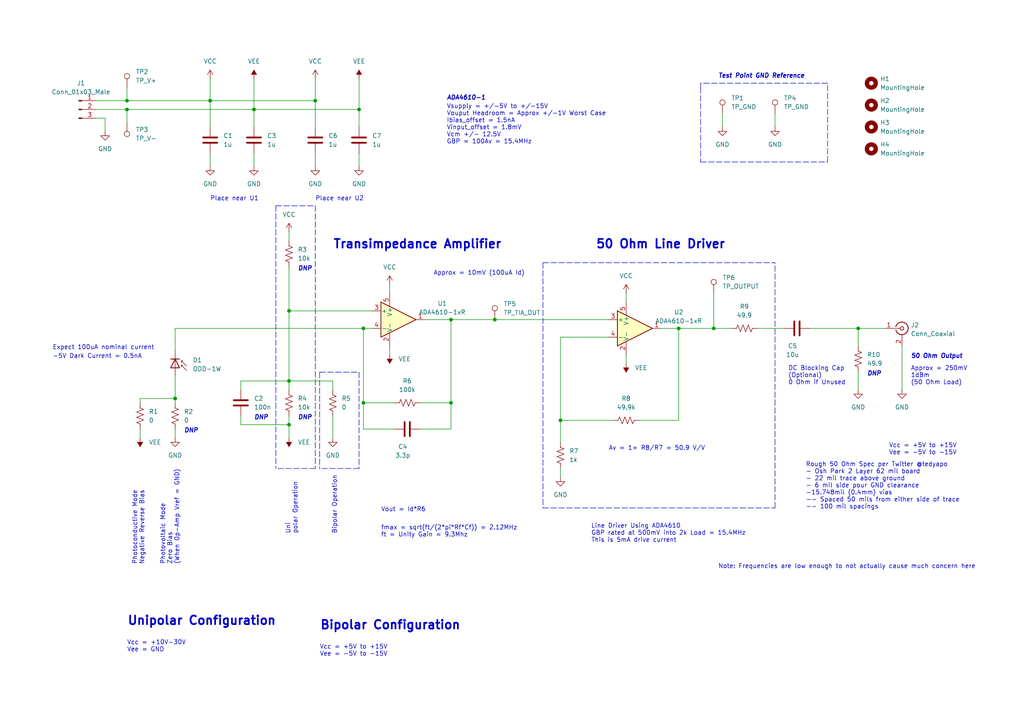
<source format=kicad_sch>
(kicad_sch (version 20211123) (generator eeschema)
  (paper "A4")
  (title_block (title "ADA4610-1 Transimpedance Amplifier") (date "2022-08-07") (rev "1.0") (company "Brenton Salmi, KB1LQD"))
  (lib_symbols
    (symbol "Amplifier_Operational:ADA4610-1xRJ" (pin_names (offset 0.127))
      (property "Reference" "U" (at -1.27 6.35 0))
      (property "Value" "ADA4610-1xRJ" (at -1.27 3.81 0))
      (symbol "ADA4610-1xRJ_0_1"
        (polyline (pts (xy -5.08 5.08) (xy 5.08 0) (xy -5.08 -5.08) (xy -5.08 5.08)) (stroke (width 0.254)) (fill (type background)))
        (pin power_in line (at -2.54 -7.62 90) (length 3.81) (name "V-") (number "2"))
        (pin power_in line (at -2.54 7.62 270) (length 3.81) (name "V+") (number "5"))
      )
      (symbol "ADA4610-1xRJ_1_1"
        (pin output line (at 7.62 0 180) (length 2.54) (name "~") (number "1"))
        (pin input line (at -7.62 2.54 0) (length 2.54) (name "+") (number "3"))
        (pin input line (at -7.62 -2.54 0) (length 2.54) (name "-") (number "4"))
      )
    )
    (symbol "Connector:Conn_01x03_Male" (pin_names (offset 1.016) hide)
      (property "Reference" "J" (at 0 5.08 0))
      (property "Value" "Conn_01x03_Male" (at 0 -5.08 0))
      (symbol "Conn_01x03_Male_1_1"
        (polyline (pts (xy 1.27 -2.54) (xy 0.8636 -2.54)) (stroke (width 0.1524)))
        (polyline (pts (xy 1.27 0) (xy 0.8636 0)) (stroke (width 0.1524)))
        (polyline (pts (xy 1.27 2.54) (xy 0.8636 2.54)) (stroke (width 0.1524)))
        (rectangle (start 0.8636 -2.413) (end 0 -2.667) (stroke (width 0.1524)) (fill (type outline)))
        (rectangle (start 0.8636 0.127) (end 0 -0.127) (stroke (width 0.1524)) (fill (type outline)))
        (rectangle (start 0.8636 2.667) (end 0 2.413) (stroke (width 0.1524)) (fill (type outline)))
        (pin passive line (at 5.08 2.54 180) (length 3.81) (name "Pin_1") (number "1"))
        (pin passive line (at 5.08 0 180) (length 3.81) (name "Pin_2") (number "2"))
        (pin passive line (at 5.08 -2.54 180) (length 3.81) (name "Pin_3") (number "3"))
      )
    )
    (symbol "Connector:Conn_Coaxial" (pin_names (offset 1.016) hide)
      (property "Reference" "J" (at 0.254 3.048 0))
      (property "Value" "Conn_Coaxial" (at 2.921 0 90))
      (symbol "Conn_Coaxial_0_1"
        (arc (start -1.778 -0.508) (mid 0.2311 -1.8066) (end 1.778 0) (stroke (width 0.254)))
        (polyline (pts (xy -2.54 0) (xy -0.508 0)))
        (polyline (pts (xy 0 -2.54) (xy 0 -1.778)))
        (circle (center 0 0) (radius 0.508) (stroke (width 0.2032)))
        (arc (start 1.778 0) (mid 0.2099 1.8101) (end -1.778 0.508) (stroke (width 0.254)))
      )
      (symbol "Conn_Coaxial_1_1"
        (pin passive line (at -5.08 0 0) (length 2.54) (name "In") (number "1"))
        (pin passive line (at 0 -5.08 90) (length 2.54) (name "Ext") (number "2"))
      )
    )
    (symbol "Connector:TestPoint" (pin_numbers hide) (pin_names (offset 0.762) hide)
      (property "Reference" "TP" (at 0 6.858 0))
      (property "Value" "TestPoint" (at 0 5.08 0))
      (symbol "TestPoint_0_1"
        (circle (center 0 3.302) (radius 0.762))
      )
      (symbol "TestPoint_1_1"
        (pin passive line (at 0 0 90) (length 2.54) (name "1") (number "1"))
      )
    )
    (symbol "Device:C" (pin_numbers hide) (pin_names (offset 0.254))
      (property "Reference" "C" (at 0.635 2.54 0))
      (property "Value" "C" (at 0.635 -2.54 0))
      (symbol "C_0_1"
        (polyline (pts (xy -2.032 -0.762) (xy 2.032 -0.762)) (stroke (width 0.508)))
        (polyline (pts (xy -2.032 0.762) (xy 2.032 0.762)) (stroke (width 0.508)))
      )
      (symbol "C_1_1"
        (pin passive line (at 0 3.81 270) (length 2.794) (name "~") (number "1"))
        (pin passive line (at 0 -3.81 90) (length 2.794) (name "~") (number "2"))
      )
    )
    (symbol "Device:D_Photo" (pin_numbers hide) (pin_names hide)
      (property "Reference" "D" (at 0.508 1.778 0))
      (property "Value" "D_Photo" (at -1.016 -2.794 0))
      (symbol "D_Photo_0_1"
        (polyline (pts (xy -2.54 1.27) (xy -2.54 -1.27)) (stroke (width 0.254)))
        (polyline (pts (xy -2.032 1.778) (xy -1.524 1.778)))
        (polyline (pts (xy 0 0) (xy -2.54 0)))
        (polyline (pts (xy -0.508 3.302) (xy -2.032 1.778) (xy -2.032 2.286)))
        (polyline (pts (xy 0 -1.27) (xy 0 1.27) (xy -2.54 0) (xy 0 -1.27)) (stroke (width 0.254)))
        (polyline (pts (xy 0.762 3.302) (xy -0.762 1.778) (xy -0.762 2.286) (xy -0.762 1.778) (xy -0.254 1.778)))
      )
      (symbol "D_Photo_1_1"
        (pin passive line (at -5.08 0 0) (length 2.54) (name "K") (number "1"))
        (pin passive line (at 2.54 0 180) (length 2.54) (name "A") (number "2"))
      )
    )
    (symbol "Device:R_US" (pin_numbers hide) (pin_names (offset 0))
      (property "Reference" "R" (at 2.54 0 90))
      (property "Value" "R_US" (at -2.54 0 90))
      (symbol "R_US_0_1"
        (polyline (pts (xy 0 -2.286) (xy 0 -2.54)))
        (polyline (pts (xy 0 2.286) (xy 0 2.54)))
        (polyline (pts (xy 0 -0.762) (xy 1.016 -1.143) (xy 0 -1.524) (xy -1.016 -1.905) (xy 0 -2.286)))
        (polyline (pts (xy 0 0.762) (xy 1.016 0.381) (xy 0 0) (xy -1.016 -0.381) (xy 0 -0.762)))
        (polyline (pts (xy 0 2.286) (xy 1.016 1.905) (xy 0 1.524) (xy -1.016 1.143) (xy 0 0.762)))
      )
      (symbol "R_US_1_1"
        (pin passive line (at 0 3.81 270) (length 1.27) (name "~") (number "1"))
        (pin passive line (at 0 -3.81 90) (length 1.27) (name "~") (number "2"))
      )
    )
    (symbol "Mechanical:MountingHole" (pin_names (offset 1.016))
      (property "Reference" "H" (at 0 5.08 0))
      (property "Value" "MountingHole" (at 0 3.175 0))
      (symbol "MountingHole_0_1"
        (circle (center 0 0) (radius 1.27) (stroke (width 1.27)))
      )
    )
    (symbol "power:GND" (power) (pin_names (offset 0))
      (property "Value" "GND" (at 0 -3.81 0))
      (symbol "GND_0_1"
        (polyline (pts (xy 0 0) (xy 0 -1.27) (xy 1.27 -1.27) (xy 0 -2.54) (xy -1.27 -1.27) (xy 0 -1.27)))
      )
      (symbol "GND_1_1"
        (pin power_in line (at 0 0 270) (length 0) hide (name "GND") (number "1"))
      )
    )
    (symbol "power:VCC" (power) (pin_names (offset 0))
      (property "Value" "VCC" (at 0 3.81 0))
      (symbol "VCC_0_1"
        (polyline (pts (xy -0.762 1.27) (xy 0 2.54)))
        (polyline (pts (xy 0 0) (xy 0 2.54)))
        (polyline (pts (xy 0 2.54) (xy 0.762 1.27)))
      )
      (symbol "VCC_1_1"
        (pin power_in line (at 0 0 90) (length 0) hide (name "VCC") (number "1"))
      )
    )
    (symbol "power:VEE" (power) (pin_names (offset 0))
      (property "Value" "VEE" (at 0 3.81 0))
      (symbol "VEE_0_1"
        (polyline (pts (xy 0 0) (xy 0 2.54)))
        (polyline (pts (xy 0.762 1.27) (xy -0.762 1.27) (xy 0 2.54) (xy 0.762 1.27)) (fill (type outline)))
      )
      (symbol "VEE_1_1"
        (pin power_in line (at 0 0 90) (length 0) hide (name "VEE") (number "1"))
      )
    )
  )
  (junction (at 91.44 29.21))
  (junction (at 60.96 29.21))
  (junction (at 248.92 95.25))
  (junction (at 105.41 116.84))
  (junction (at 83.82 110.49))
  (junction (at 73.66 31.75))
  (junction (at 130.81 116.84))
  (junction (at 36.83 31.75))
  (junction (at 143.51 92.71))
  (junction (at 36.83 29.21))
  (junction (at 50.8 115.57))
  (junction (at 83.82 123.19))
  (junction (at 196.85 95.25))
  (junction (at 207.01 95.25))
  (junction (at 105.41 95.25))
  (junction (at 162.56 121.92))
  (junction (at 83.82 90.17))
  (junction (at 104.14 31.75))
  (junction (at 130.81 92.71))
  (wire (pts (xy 83.82 110.49) (xy 83.82 113.03)))
  (wire (pts (xy 83.82 90.17) (xy 83.82 110.49)))
  (wire (pts (xy 73.66 31.75) (xy 73.66 36.83)))
  (wire (pts (xy 261.62 100.33) (xy 261.62 113.03)))
  (wire (pts (xy 143.51 92.71) (xy 176.53 92.71)))
  (wire (pts (xy 162.56 97.79) (xy 176.53 97.79)))
  (polyline (pts (xy 203.2 25.4) (xy 203.2 46.99)))
  (wire (pts (xy 60.96 29.21) (xy 60.96 36.83)))
  (wire (pts (xy 83.82 67.31) (xy 83.82 69.85)))
  (wire (pts (xy 27.94 29.21) (xy 36.83 29.21)))
  (wire (pts (xy 185.42 121.92) (xy 196.85 121.92)))
  (wire (pts (xy 40.64 115.57) (xy 50.8 115.57)))
  (wire (pts (xy 113.03 100.33) (xy 113.03 102.87)))
  (wire (pts (xy 162.56 135.89) (xy 162.56 138.43)))
  (wire (pts (xy 50.8 115.57) (xy 50.8 116.84)))
  (polyline (pts (xy 203.2 24.13) (xy 203.2 25.4)))
  (wire (pts (xy 96.52 120.65) (xy 96.52 127)))
  (polyline (pts (xy 91.44 135.89) (xy 80.01 135.89)))
  (wire (pts (xy 248.92 95.25) (xy 256.54 95.25)))
  (wire (pts (xy 73.66 22.86) (xy 73.66 31.75)))
  (wire (pts (xy 130.81 92.71) (xy 143.51 92.71)))
  (wire (pts (xy 96.52 110.49) (xy 96.52 113.03)))
  (wire (pts (xy 83.82 120.65) (xy 83.82 123.19)))
  (wire (pts (xy 162.56 121.92) (xy 177.8 121.92)))
  (wire (pts (xy 69.85 110.49) (xy 83.82 110.49)))
  (wire (pts (xy 248.92 95.25) (xy 248.92 100.33)))
  (wire (pts (xy 196.85 121.92) (xy 196.85 95.25)))
  (wire (pts (xy 105.41 95.25) (xy 105.41 116.84)))
  (wire (pts (xy 27.94 34.29) (xy 30.48 34.29)))
  (wire (pts (xy 113.03 82.55) (xy 113.03 85.09)))
  (wire (pts (xy 36.83 25.4) (xy 36.83 29.21)))
  (wire (pts (xy 36.83 29.21) (xy 60.96 29.21)))
  (wire (pts (xy 121.92 124.46) (xy 130.81 124.46)))
  (wire (pts (xy 209.55 33.02) (xy 209.55 36.83)))
  (polyline (pts (xy 157.48 76.2) (xy 224.79 76.2)))
  (wire (pts (xy 30.48 34.29) (xy 30.48 38.1)))
  (wire (pts (xy 121.92 116.84) (xy 130.81 116.84)))
  (wire (pts (xy 50.8 95.25) (xy 105.41 95.25)))
  (wire (pts (xy 36.83 31.75) (xy 36.83 35.56)))
  (wire (pts (xy 40.64 116.84) (xy 40.64 115.57)))
  (wire (pts (xy 207.01 85.09) (xy 207.01 95.25)))
  (wire (pts (xy 50.8 124.46) (xy 50.8 127)))
  (polyline (pts (xy 203.2 46.99) (xy 240.03 46.99)))
  (wire (pts (xy 50.8 101.6) (xy 50.8 95.25)))
  (wire (pts (xy 40.64 124.46) (xy 40.64 127)))
  (wire (pts (xy 36.83 31.75) (xy 73.66 31.75)))
  (wire (pts (xy 207.01 95.25) (xy 212.09 95.25)))
  (wire (pts (xy 130.81 116.84) (xy 130.81 92.71)))
  (polyline (pts (xy 92.71 107.95) (xy 92.71 135.89)))
  (wire (pts (xy 107.95 95.25) (xy 105.41 95.25)))
  (wire (pts (xy 181.61 85.09) (xy 181.61 87.63)))
  (polyline (pts (xy 224.79 147.32) (xy 224.79 76.2)))
  (wire (pts (xy 104.14 31.75) (xy 104.14 36.83)))
  (wire (pts (xy 60.96 44.45) (xy 60.96 48.26)))
  (wire (pts (xy 27.94 31.75) (xy 36.83 31.75)))
  (wire (pts (xy 219.71 95.25) (xy 227.33 95.25)))
  (wire (pts (xy 83.82 90.17) (xy 107.95 90.17)))
  (wire (pts (xy 69.85 113.03) (xy 69.85 110.49)))
  (polyline (pts (xy 157.48 147.32) (xy 224.79 147.32)))
  (polyline (pts (xy 104.14 135.89) (xy 92.71 135.89)))
  (wire (pts (xy 104.14 22.86) (xy 104.14 31.75)))
  (wire (pts (xy 91.44 22.86) (xy 91.44 29.21)))
  (polyline (pts (xy 80.01 59.69) (xy 80.01 135.89)))
  (wire (pts (xy 130.81 92.71) (xy 123.19 92.71)))
  (wire (pts (xy 248.92 107.95) (xy 248.92 113.03)))
  (wire (pts (xy 91.44 44.45) (xy 91.44 48.26)))
  (wire (pts (xy 69.85 123.19) (xy 83.82 123.19)))
  (wire (pts (xy 60.96 22.86) (xy 60.96 29.21)))
  (wire (pts (xy 50.8 109.22) (xy 50.8 115.57)))
  (wire (pts (xy 91.44 29.21) (xy 91.44 36.83)))
  (wire (pts (xy 162.56 121.92) (xy 162.56 97.79)))
  (polyline (pts (xy 157.48 76.2) (xy 157.48 147.32)))
  (polyline (pts (xy 92.71 107.95) (xy 104.14 107.95)))
  (polyline (pts (xy 91.44 59.69) (xy 91.44 135.89)))
  (wire (pts (xy 83.82 77.47) (xy 83.82 90.17)))
  (wire (pts (xy 69.85 120.65) (xy 69.85 123.19)))
  (wire (pts (xy 73.66 44.45) (xy 73.66 48.26)))
  (wire (pts (xy 224.79 33.02) (xy 224.79 36.83)))
  (wire (pts (xy 196.85 95.25) (xy 207.01 95.25)))
  (wire (pts (xy 105.41 116.84) (xy 114.3 116.84)))
  (wire (pts (xy 83.82 123.19) (xy 83.82 127)))
  (wire (pts (xy 83.82 110.49) (xy 96.52 110.49)))
  (wire (pts (xy 181.61 102.87) (xy 181.61 105.41)))
  (wire (pts (xy 105.41 124.46) (xy 105.41 116.84)))
  (polyline (pts (xy 240.03 24.13) (xy 203.2 24.13)))
  (wire (pts (xy 104.14 44.45) (xy 104.14 48.26)))
  (wire (pts (xy 60.96 29.21) (xy 91.44 29.21)))
  (wire (pts (xy 196.85 95.25) (xy 191.77 95.25)))
  (polyline (pts (xy 104.14 107.95) (xy 104.14 135.89)))
  (polyline (pts (xy 240.03 46.99) (xy 240.03 24.13)))
  (wire (pts (xy 130.81 124.46) (xy 130.81 116.84)))
  (wire (pts (xy 234.95 95.25) (xy 248.92 95.25)))
  (wire (pts (xy 114.3 124.46) (xy 105.41 124.46)))
  (wire (pts (xy 162.56 128.27) (xy 162.56 121.92)))
  (polyline (pts (xy 80.01 59.69) (xy 91.44 59.69)))
  (wire (pts (xy 73.66 31.75) (xy 104.14 31.75)))
  (text "50 Ohm Output" (at 264.16 104.14 0) (effects (font (size 1.27 1.27) (thickness 0.254) bold italic) (justify left bottom)))
  (text "Uni\npolar Operation\n" (at 86.36 154.94 90) (effects (font (size 1.27 1.27)) (justify left bottom)))
  (text "50 Ohm Line Driver\n" (at 172.72 72.39 0) (effects (font (size 2.5 2.5) (thickness 0.5) bold) (justify left bottom)))
  (text "DNP" (at 73.66 121.92 0) (effects (font (size 1.27 1.27) (thickness 0.254) bold italic) (justify left bottom)))
  (text "DC Blocking Cap\n(Optional)\n0 Ohm if Unused" (at 228.6 111.76 0) (effects (font (size 1.27 1.27)) (justify left bottom)))
  (text "Approx = 10mV (100uA Id)" (at 125.73 80.01 0) (effects (font (size 1.27 1.27)) (justify left bottom)))
  (text "DNP" (at 86.36 78.74 0) (effects (font (size 1.27 1.27) (thickness 0.254) bold italic) (justify left bottom)))
  (text "Note: Frequencies are low enough to not actually cause much concern here" (at 208.28 165.1 0) (effects (font (size 1.27 1.27)) (justify left bottom)))
  (text "Vcc = +5V to +15V\nVee = -5V to -15V\n" (at 257.81 132.08 0) (effects (font (size 1.27 1.27)) (justify left bottom)))
  (text "Line Driver Using ADA4610\nGBP rated at 500mV into 2k Load = 15.4MHz\nThis is 5mA drive current\n" (at 171.45 157.48 0) (effects (font (size 1.27 1.27)) (justify left bottom)))
  (text "Unipolar Configuration" (at 36.83 181.61 0) (effects (font (size 2.5 2.5) (thickness 0.5) bold) (justify left bottom)))
  (text "Rough 50 Ohm Spec per Twitter @tedyapo\n- Osh Park 2 Layer 62 mil board\n- 22 mil trace above ground\n- 6 mil side pour GND clearance\n-15.748mil (0.4mm) vias\n-- Spaced 50 mils from either side of trace\n-- 100 mil spacings\n\n" (at 233.68 149.86 0) (effects (font (size 1.27 1.27)) (justify left bottom)))
  (text "DNP" (at 53.34 125.73 0) (effects (font (size 1.27 1.27) (thickness 0.254) bold italic) (justify left bottom)))
  (text "Bipolar Operation\n" (at 97.79 154.94 90) (effects (font (size 1.27 1.27)) (justify left bottom)))
  (text "fmax = sqrt(ft/(2*pi*Rf*Cf)) = 2.12MHz\nft = Unity Gain = 9.3Mhz\n\n\n" (at 110.49 160.02 0) (effects (font (size 1.27 1.27)) (justify left bottom)))
  (text "Vsupply = +/-5V to +/-15V\nVouput Headroom = Approx +/-1V Worst Case\nIbias_offset = 1.5nA\nVinput_offset = 1.8mV\nVcm +/- 12.5V\nGBP = 100Av = 15.4MHz\n" (at 129.54 41.91 0) (effects (font (size 1.27 1.27)) (justify left bottom)))
  (text "ADA4610-1" (at 129.54 29.21 0) (effects (font (size 1.27 1.27) (thickness 0.254) bold italic) (justify left bottom)))
  (text "DNP" (at 251.46 109.22 0) (effects (font (size 1.27 1.27) (thickness 0.254) bold italic) (justify left bottom)))
  (text "Test Point GND Reference" (at 208.28 22.86 0) (effects (font (size 1.27 1.27) (thickness 0.254) bold italic) (justify left bottom)))
  (text "Place near U2" (at 91.44 58.42 0) (effects (font (size 1.27 1.27)) (justify left bottom)))
  (text "Vout = Id*R6" (at 110.49 148.59 0) (effects (font (size 1.27 1.27)) (justify left bottom)))
  (text "Photovoltaic Mode\nZero Bias\n(When Op-Amp Vref = GND)" (at 52.07 163.83 90) (effects (font (size 1.27 1.27)) (justify left bottom)))
  (text "Photoconductive Mode\nNegative Reverse Bias" (at 41.91 163.83 90) (effects (font (size 1.27 1.27)) (justify left bottom)))
  (text "Expect 100uA nominal current\n" (at 15.24 101.6 0) (effects (font (size 1.27 1.27)) (justify left bottom)))
  (text "Transimpedance Amplifier" (at 96.52 72.39 0) (effects (font (size 2.5 2.5) (thickness 0.5) bold) (justify left bottom)))
  (text "Vcc = +5V to +15V\nVee = -5V to -15V\n" (at 92.71 190.5 0) (effects (font (size 1.27 1.27)) (justify left bottom)))
  (text "Av = 1+ R8/R7 = 50.9 V/V" (at 176.53 130.81 0) (effects (font (size 1.27 1.27)) (justify left bottom)))
  (text "Bipolar Configuration" (at 92.71 182.88 0) (effects (font (size 2.5 2.5) (thickness 0.5) bold) (justify left bottom)))
  (text "-5V Dark Current = 0.5nA" (at 15.24 104.14 0) (effects (font (size 1.27 1.27)) (justify left bottom)))
  (text "DNP" (at 86.36 121.92 0) (effects (font (size 1.27 1.27) (thickness 0.254) bold italic) (justify left bottom)))
  (text "Approx = 250mV\n1dBm\n(50 Ohm Load)" (at 264.16 111.76 0) (effects (font (size 1.27 1.27)) (justify left bottom)))
  (text "Vcc = +10V-30V\nVee = GND\n" (at 36.83 189.23 0) (effects (font (size 1.27 1.27)) (justify left bottom)))
  (text "Place near U1\n" (at 60.96 58.42 0) (effects (font (size 1.27 1.27)) (justify left bottom)))
  (symbol (lib_id "Device:R_US") (at 50.8 120.65 0) (unit 1)
    (property "Reference" "R2" (at 53.34 119.3799 0) (effects (justify left)))
    (property "Value" "0" (at 53.34 121.9199 0) (effects (justify left)))
    (property "Footprint" "Resistor_SMD:R_0603_1608Metric_Pad0.98x0.95mm_HandSolder" (effects hide))
  )
  (symbol (lib_id "Mechanical:MountingHole") (at 252.73 24.13 0) (unit 1)
    (property "Reference" "H1" (at 255.27 22.8599 0) (effects (justify left)))
    (property "Value" "MountingHole" (at 255.27 25.3999 0) (effects (justify left)))
    (property "Footprint" "MountingHole:MountingHole_4.3mm_M4" (effects hide))
  )
  (symbol (lib_id "power:VCC") (at 60.96 22.86 0) (unit 1)
    (property "Reference" "#PWR05" (effects hide))
    (property "Value" "VCC" (at 60.96 17.78 0))
  )
  (symbol (lib_id "power:GND") (at 162.56 138.43 0) (unit 1)
    (property "Reference" "#PWR014" (effects hide))
    (property "Value" "GND" (at 162.56 143.51 0))
  )
  (symbol (lib_id "Device:C") (at 118.11 124.46 90) (unit 1)
    (property "Reference" "C4" (at 116.84 129.54 90))
    (property "Value" "3.3p" (at 116.84 132.08 90))
    (property "Footprint" "Capacitor_SMD:C_0603_1608Metric_Pad1.08x0.95mm_HandSolder" (effects hide))
  )
  (symbol (lib_id "power:VEE") (at 83.82 127 180) (unit 1)
    (property "Reference" "#PWR010" (effects hide))
    (property "Value" "VEE" (at 86.36 128.2699 0) (effects (justify right)))
  )
  (symbol (lib_id "Device:R_US") (at 181.61 121.92 270) (unit 1)
    (property "Reference" "R8" (at 181.61 115.57 90))
    (property "Value" "49.9k" (at 181.61 118.11 90))
    (property "Footprint" "Resistor_SMD:R_0805_2012Metric_Pad1.20x1.40mm_HandSolder" (effects hide))
  )
  (symbol (lib_id "Connector:Conn_01x03_Male") (at 22.86 31.75 0) (unit 1)
    (property "Reference" "J1" (at 23.495 24.13 0))
    (property "Value" "Conn_01x03_Male" (at 23.495 26.67 0))
    (property "Footprint" "Connector_Molex:Molex_KK-254_AE-6410-03A_1x03_P2.54mm_Vertical" (effects hide))
  )
  (symbol (lib_id "Device:R_US") (at 83.82 116.84 0) (unit 1)
    (property "Reference" "R4" (at 86.36 115.5699 0) (effects (justify left)))
    (property "Value" "10k" (at 86.36 118.1099 0) (effects (justify left)))
    (property "Footprint" "Resistor_SMD:R_0603_1608Metric_Pad0.98x0.95mm_HandSolder" (effects hide))
  )
  (symbol (lib_id "power:VEE") (at 73.66 22.86 0) (unit 1)
    (property "Reference" "#PWR07" (effects hide))
    (property "Value" "VEE" (at 73.66 17.78 0))
  )
  (symbol (lib_id "power:VCC") (at 181.61 85.09 0) (unit 1)
    (property "Reference" "#PWR015" (effects hide))
    (property "Value" "VCC" (at 181.61 80.01 0))
  )
  (symbol (lib_id "power:VCC") (at 83.82 67.31 0) (unit 1)
    (property "Reference" "#PWR09" (effects hide))
    (property "Value" "VCC" (at 83.82 62.23 0))
  )
  (symbol (lib_id "power:GND") (at 104.14 48.26 0) (unit 1)
    (property "Reference" "#PWR023" (effects hide))
    (property "Value" "GND" (at 104.14 53.34 0))
  )
  (symbol (lib_id "power:GND") (at 30.48 38.1 0) (unit 1)
    (property "Reference" "#PWR019" (effects hide))
    (property "Value" "GND" (at 30.48 43.18 0))
  )
  (symbol (lib_id "Device:C") (at 231.14 95.25 90) (unit 1)
    (property "Reference" "C5" (at 229.87 100.33 90))
    (property "Value" "10u" (at 229.87 102.87 90))
    (property "Footprint" "Capacitor_SMD:C_1210_3225Metric_Pad1.33x2.70mm_HandSolder" (effects hide))
  )
  (symbol (lib_id "Device:C") (at 73.66 40.64 180) (unit 1)
    (property "Reference" "C3" (at 77.47 39.3699 0) (effects (justify right)))
    (property "Value" "1u" (at 77.47 41.9099 0) (effects (justify right)))
    (property "Footprint" "Capacitor_SMD:C_1206_3216Metric_Pad1.33x1.80mm_HandSolder" (effects hide))
  )
  (symbol (lib_id "Device:C") (at 104.14 40.64 180) (unit 1)
    (property "Reference" "C7" (at 107.95 39.3699 0) (effects (justify right)))
    (property "Value" "1u" (at 107.95 41.9099 0) (effects (justify right)))
    (property "Footprint" "Capacitor_SMD:C_1206_3216Metric_Pad1.33x1.80mm_HandSolder" (effects hide))
  )
  (symbol (lib_id "power:GND") (at 50.8 127 0) (unit 1)
    (property "Reference" "#PWR04" (effects hide))
    (property "Value" "GND" (at 50.8 132.08 0))
  )
  (symbol (lib_id "Mechanical:MountingHole") (at 252.73 30.48 0) (unit 1)
    (property "Reference" "H2" (at 255.27 29.2099 0) (effects (justify left)))
    (property "Value" "MountingHole" (at 255.27 31.7499 0) (effects (justify left)))
    (property "Footprint" "MountingHole:MountingHole_4.3mm_M4" (effects hide))
  )
  (symbol (lib_id "Amplifier_Operational:ADA4610-1xRJ") (at 184.15 95.25 0) (unit 1)
    (property "Reference" "U2" (at 196.85 90.551 0))
    (property "Value" "ADA4610-1xR" (at 196.85 93.091 0))
    (property "Footprint" "Package_TO_SOT_SMD:SOT-23-5" (effects hide))
    (property "Datasheet" "https://www.analog.com/media/en/technical-documentation/data-sheets/ADA4610-1_4610-2_4610-4.pdf" (effects hide))
  )
  (symbol (lib_id "Device:R_US") (at 40.64 120.65 0) (unit 1)
    (property "Reference" "R1" (at 43.18 119.3799 0) (effects (justify left)))
    (property "Value" "0" (at 43.18 121.9199 0) (effects (justify left)))
    (property "Footprint" "Resistor_SMD:R_0603_1608Metric_Pad0.98x0.95mm_HandSolder" (effects hide))
  )
  (symbol (lib_id "power:VEE") (at 181.61 105.41 180) (unit 1)
    (property "Reference" "#PWR016" (effects hide))
    (property "Value" "VEE" (at 184.15 106.6799 0) (effects (justify right)))
  )
  (symbol (lib_id "Connector:TestPoint") (at 36.83 25.4 0) (unit 1)
    (property "Reference" "TP2" (at 39.37 20.8279 0) (effects (justify left)))
    (property "Value" "TP_V+" (at 39.37 23.3679 0) (effects (justify left)))
    (property "Footprint" "TestPoint:TestPoint_Keystone_5010-5014_Multipurpose" (effects hide))
  )
  (symbol (lib_id "Device:D_Photo") (at 50.8 106.68 270) (unit 1)
    (property "Reference" "D1" (at 55.88 104.4574 90) (effects (justify left)))
    (property "Value" "ODD-1W" (at 55.88 106.9974 90) (effects (justify left)))
    (property "Footprint" "ADA4610-transimpedance-amplifier:TO-18-2_Lens_Centered" (effects hide))
  )
  (symbol (lib_id "power:VEE") (at 104.14 22.86 0) (unit 1)
    (property "Reference" "#PWR022" (effects hide))
    (property "Value" "VEE" (at 104.14 17.78 0))
  )
  (symbol (lib_id "Device:R_US") (at 215.9 95.25 270) (unit 1)
    (property "Reference" "R9" (at 215.9 88.9 90))
    (property "Value" "49.9" (at 215.9 91.44 90))
    (property "Footprint" "Resistor_SMD:R_0805_2012Metric_Pad1.20x1.40mm_HandSolder" (effects hide))
  )
  (symbol (lib_id "power:VCC") (at 91.44 22.86 0) (unit 1)
    (property "Reference" "#PWR020" (effects hide))
    (property "Value" "VCC" (at 91.44 17.78 0))
  )
  (symbol (lib_id "power:VEE") (at 113.03 102.87 180) (unit 1)
    (property "Reference" "#PWR013" (effects hide))
    (property "Value" "VEE" (at 115.57 104.1399 0) (effects (justify right)))
  )
  (symbol (lib_id "Device:C") (at 60.96 40.64 180) (unit 1)
    (property "Reference" "C1" (at 64.77 39.3699 0) (effects (justify right)))
    (property "Value" "1u" (at 64.77 41.9099 0) (effects (justify right)))
    (property "Footprint" "Capacitor_SMD:C_1206_3216Metric_Pad1.33x1.80mm_HandSolder" (effects hide))
  )
  (symbol (lib_id "power:GND") (at 248.92 113.03 0) (unit 1)
    (property "Reference" "#PWR017" (effects hide))
    (property "Value" "GND" (at 248.92 118.11 0))
  )
  (symbol (lib_id "Connector:TestPoint") (at 36.83 35.56 180) (unit 1)
    (property "Reference" "TP3" (at 39.37 37.5919 0) (effects (justify right)))
    (property "Value" "TP_V-" (at 39.37 40.1319 0) (effects (justify right)))
    (property "Footprint" "TestPoint:TestPoint_Keystone_5010-5014_Multipurpose" (effects hide))
  )
  (symbol (lib_id "power:GND") (at 60.96 48.26 0) (unit 1)
    (property "Reference" "#PWR06" (effects hide))
    (property "Value" "GND" (at 60.96 53.34 0))
  )
  (symbol (lib_id "Connector:Conn_Coaxial") (at 261.62 95.25 0) (unit 1)
    (property "Reference" "J2" (at 264.16 94.2731 0) (effects (justify left)))
    (property "Value" "Conn_Coaxial" (at 264.16 96.8131 0) (effects (justify left)))
    (property "Footprint" "ADA4610-transimpedance-amplifier:RFSOLUTIONS_CON-SMA-EDGE-S" (effects hide))
    (property "Datasheet" " ~" (effects hide))
  )
  (symbol (lib_id "power:VCC") (at 113.03 82.55 0) (unit 1)
    (property "Reference" "#PWR012" (effects hide))
    (property "Value" "VCC" (at 113.03 77.47 0))
  )
  (symbol (lib_id "power:GND") (at 96.52 127 0) (unit 1)
    (property "Reference" "#PWR011" (effects hide))
    (property "Value" "GND" (at 96.52 132.08 0))
  )
  (symbol (lib_id "power:VEE") (at 40.64 127 180) (unit 1)
    (property "Reference" "#PWR03" (effects hide))
    (property "Value" "VEE" (at 43.18 128.2699 0) (effects (justify right)))
  )
  (symbol (lib_id "Device:R_US") (at 83.82 73.66 0) (unit 1)
    (property "Reference" "R3" (at 86.36 72.3899 0) (effects (justify left)))
    (property "Value" "10k" (at 86.36 74.9299 0) (effects (justify left)))
    (property "Footprint" "Resistor_SMD:R_0603_1608Metric_Pad0.98x0.95mm_HandSolder" (effects hide))
  )
  (symbol (lib_id "Device:R_US") (at 162.56 132.08 180) (unit 1)
    (property "Reference" "R7" (at 165.1 130.8099 0) (effects (justify right)))
    (property "Value" "1k" (at 165.1 133.3499 0) (effects (justify right)))
    (property "Footprint" "Resistor_SMD:R_0603_1608Metric_Pad0.98x0.95mm_HandSolder" (effects hide))
  )
  (symbol (lib_id "Connector:TestPoint") (at 207.01 85.09 0) (unit 1)
    (property "Reference" "TP6" (at 209.55 80.5179 0) (effects (justify left)))
    (property "Value" "TP_OUTPUT" (at 209.55 83.0579 0) (effects (justify left)))
    (property "Footprint" "TestPoint:TestPoint_Keystone_5010-5014_Multipurpose" (effects hide))
  )
  (symbol (lib_id "power:GND") (at 73.66 48.26 0) (unit 1)
    (property "Reference" "#PWR08" (effects hide))
    (property "Value" "GND" (at 73.66 53.34 0))
  )
  (symbol (lib_id "Device:R_US") (at 248.92 104.14 0) (unit 1)
    (property "Reference" "R10" (at 251.46 102.8699 0) (effects (justify left)))
    (property "Value" "49.9" (at 251.46 105.4099 0) (effects (justify left)))
    (property "Footprint" "Resistor_SMD:R_0805_2012Metric_Pad1.20x1.40mm_HandSolder" (effects hide))
  )
  (symbol (lib_id "Mechanical:MountingHole") (at 252.73 43.18 0) (unit 1)
    (property "Reference" "H4" (at 255.27 41.9099 0) (effects (justify left)))
    (property "Value" "MountingHole" (at 255.27 44.4499 0) (effects (justify left)))
    (property "Footprint" "MountingHole:MountingHole_4.3mm_M4" (effects hide))
  )
  (symbol (lib_id "Amplifier_Operational:ADA4610-1xRJ") (at 115.57 92.71 0) (unit 1)
    (property "Reference" "U1" (at 128.27 88.011 0))
    (property "Value" "ADA4610-1xR" (at 128.27 90.551 0))
    (property "Footprint" "Package_TO_SOT_SMD:SOT-23-5" (effects hide))
    (property "Datasheet" "https://www.analog.com/media/en/technical-documentation/data-sheets/ADA4610-1_4610-2_4610-4.pdf" (effects hide))
  )
  (symbol (lib_id "Device:R_US") (at 96.52 116.84 0) (unit 1)
    (property "Reference" "R5" (at 99.06 115.5699 0) (effects (justify left)))
    (property "Value" "0" (at 99.06 118.1099 0) (effects (justify left)))
    (property "Footprint" "Resistor_SMD:R_0603_1608Metric_Pad0.98x0.95mm_HandSolder" (effects hide))
  )
  (symbol (lib_id "power:GND") (at 91.44 48.26 0) (unit 1)
    (property "Reference" "#PWR021" (effects hide))
    (property "Value" "GND" (at 91.44 53.34 0))
  )
  (symbol (lib_id "Device:R_US") (at 118.11 116.84 90) (unit 1)
    (property "Reference" "R6" (at 118.11 110.49 90))
    (property "Value" "100k" (at 118.11 113.03 90))
    (property "Footprint" "Resistor_SMD:R_0805_2012Metric_Pad1.20x1.40mm_HandSolder" (effects hide))
  )
  (symbol (lib_id "power:GND") (at 261.62 113.03 0) (unit 1)
    (property "Reference" "#PWR018" (effects hide))
    (property "Value" "GND" (at 261.62 118.11 0))
  )
  (symbol (lib_id "Device:C") (at 91.44 40.64 180) (unit 1)
    (property "Reference" "C6" (at 95.25 39.3699 0) (effects (justify right)))
    (property "Value" "1u" (at 95.25 41.9099 0) (effects (justify right)))
    (property "Footprint" "Capacitor_SMD:C_1206_3216Metric_Pad1.33x1.80mm_HandSolder" (effects hide))
  )
  (symbol (lib_id "Connector:TestPoint") (at 209.55 33.02 0) (unit 1)
    (property "Reference" "TP1" (at 212.09 28.4479 0) (effects (justify left)))
    (property "Value" "TP_GND" (at 212.09 30.9879 0) (effects (justify left)))
    (property "Footprint" "TestPoint:TestPoint_Keystone_5010-5014_Multipurpose" (effects hide))
  )
  (symbol (lib_id "Device:C") (at 69.85 116.84 180) (unit 1)
    (property "Reference" "C2" (at 73.66 115.5699 0) (effects (justify right)))
    (property "Value" "100n" (at 73.66 118.1099 0) (effects (justify right)))
    (property "Footprint" "Capacitor_SMD:C_0805_2012Metric_Pad1.18x1.45mm_HandSolder" (effects hide))
  )
  (symbol (lib_id "Connector:TestPoint") (at 224.79 33.02 0) (unit 1)
    (property "Reference" "TP4" (at 227.33 28.4479 0) (effects (justify left)))
    (property "Value" "TP_GND" (at 227.33 30.9879 0) (effects (justify left)))
    (property "Footprint" "TestPoint:TestPoint_Keystone_5010-5014_Multipurpose" (effects hide))
  )
  (symbol (lib_id "Connector:TestPoint") (at 143.51 92.71 0) (unit 1)
    (property "Reference" "TP5" (at 146.05 88.1379 0) (effects (justify left)))
    (property "Value" "TP_TIA_OUT" (at 146.05 90.6779 0) (effects (justify left)))
    (property "Footprint" "TestPoint:TestPoint_Keystone_5010-5014_Multipurpose" (effects hide))
  )
  (symbol (lib_id "power:GND") (at 224.79 36.83 0) (unit 1)
    (property "Reference" "#PWR02" (effects hide))
    (property "Value" "GND" (at 224.79 41.91 0))
  )
  (symbol (lib_id "Mechanical:MountingHole") (at 252.73 36.83 0) (unit 1)
    (property "Reference" "H3" (at 255.27 35.5599 0) (effects (justify left)))
    (property "Value" "MountingHole" (at 255.27 38.0999 0) (effects (justify left)))
    (property "Footprint" "MountingHole:MountingHole_4.3mm_M4" (effects hide))
  )
  (symbol (lib_id "power:GND") (at 209.55 36.83 0) (unit 1)
    (property "Reference" "#PWR01" (effects hide))
    (property "Value" "GND" (at 209.55 41.91 0))
  )
)
</source>
